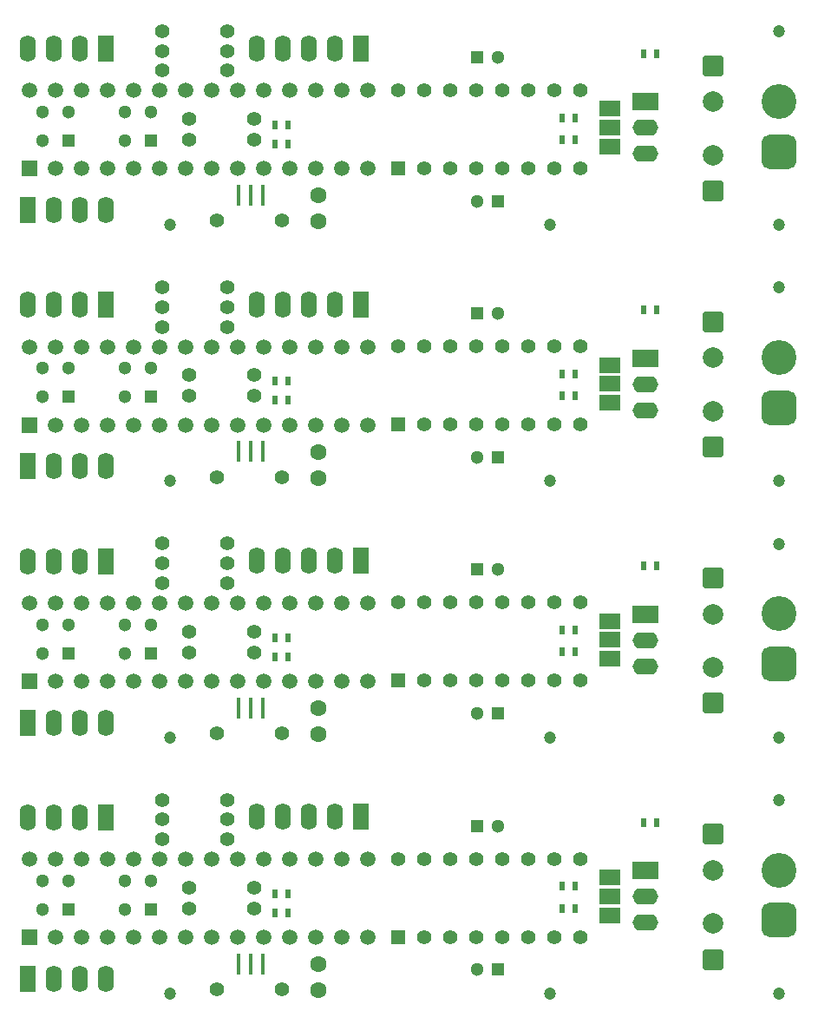
<source format=gbr>
%TF.GenerationSoftware,Altium Limited,Altium Designer,21.4.1 (30)*%
G04 Layer_Color=255*
%FSLAX26Y26*%
%MOIN*%
%TF.SameCoordinates,FA171619-A988-4B02-9C22-6D3C25DF24D0*%
%TF.FilePolarity,Positive*%
%TF.FileFunction,Pads,Top*%
%TF.Part,ProductionPanel*%
G01*
G75*
%TA.AperFunction,SMDPad,CuDef*%
%ADD11C,0.133858*%
G04:AMPARAMS|DCode=12|XSize=133.858mil|YSize=133.858mil|CornerRadius=33.465mil|HoleSize=0mil|Usage=FLASHONLY|Rotation=0.000|XOffset=0mil|YOffset=0mil|HoleType=Round|Shape=RoundedRectangle|*
%AMROUNDEDRECTD12*
21,1,0.133858,0.066929,0,0,0.0*
21,1,0.066929,0.133858,0,0,0.0*
1,1,0.066929,0.033465,-0.033465*
1,1,0.066929,-0.033465,-0.033465*
1,1,0.066929,-0.033465,0.033465*
1,1,0.066929,0.033465,0.033465*
%
%ADD12ROUNDEDRECTD12*%
%ADD13R,0.023622X0.033465*%
%ADD14R,0.078740X0.059055*%
%ADD15R,0.015748X0.078740*%
%TA.AperFunction,ComponentPad*%
%ADD23R,0.062992X0.102362*%
%ADD24O,0.062992X0.102362*%
%ADD25R,0.055118X0.055118*%
%ADD26C,0.055118*%
%ADD27R,0.051181X0.051181*%
%ADD28C,0.051181*%
%ADD29C,0.078740*%
G04:AMPARAMS|DCode=30|XSize=78.74mil|YSize=78.74mil|CornerRadius=9.842mil|HoleSize=0mil|Usage=FLASHONLY|Rotation=270.000|XOffset=0mil|YOffset=0mil|HoleType=Round|Shape=RoundedRectangle|*
%AMROUNDEDRECTD30*
21,1,0.078740,0.059055,0,0,270.0*
21,1,0.059055,0.078740,0,0,270.0*
1,1,0.019685,-0.029528,-0.029528*
1,1,0.019685,-0.029528,0.029528*
1,1,0.019685,0.029528,0.029528*
1,1,0.019685,0.029528,-0.029528*
%
%ADD30ROUNDEDRECTD30*%
%TA.AperFunction,ViaPad*%
%ADD31C,0.047244*%
%TA.AperFunction,ComponentPad*%
%ADD32C,0.055000*%
%ADD33C,0.062992*%
%ADD34O,0.098425X0.062992*%
%ADD35R,0.098425X0.070866*%
%ADD36R,0.059055X0.059055*%
%ADD37C,0.059055*%
%ADD38R,0.051181X0.051181*%
D11*
X3768441Y595397D02*
D03*
Y1579649D02*
D03*
Y2563901D02*
D03*
Y3548153D02*
D03*
D12*
Y402484D02*
D03*
Y1386736D02*
D03*
Y2370988D02*
D03*
Y3355240D02*
D03*
D13*
X2985936Y448397D02*
D03*
X2936944D02*
D03*
X1882937Y504397D02*
D03*
X1833944D02*
D03*
X1882937Y431397D02*
D03*
X1833944D02*
D03*
X3298324Y778397D02*
D03*
X3249332D02*
D03*
X2985936Y532397D02*
D03*
X2936944D02*
D03*
X2985936Y1432649D02*
D03*
X2936944D02*
D03*
X1882937Y1488649D02*
D03*
X1833944D02*
D03*
X1882937Y1415649D02*
D03*
X1833944D02*
D03*
X3298324Y1762649D02*
D03*
X3249332D02*
D03*
X2985936Y1516649D02*
D03*
X2936944D02*
D03*
X2985936Y2416901D02*
D03*
X2936944D02*
D03*
X1882937Y2472901D02*
D03*
X1833944D02*
D03*
X1882937Y2399901D02*
D03*
X1833944D02*
D03*
X3298324Y2746901D02*
D03*
X3249332D02*
D03*
X2985936Y2500901D02*
D03*
X2936944D02*
D03*
X2985936Y3401153D02*
D03*
X2936944D02*
D03*
X1882937Y3457153D02*
D03*
X1833944D02*
D03*
X1882937Y3384153D02*
D03*
X1833944D02*
D03*
X3298324Y3731153D02*
D03*
X3249332D02*
D03*
X2985936Y3485153D02*
D03*
X2936944D02*
D03*
D14*
X3117441Y422031D02*
D03*
Y567031D02*
D03*
X3118441Y495031D02*
D03*
X3117441Y1406283D02*
D03*
Y1551283D02*
D03*
X3118441Y1479283D02*
D03*
X3117441Y2390535D02*
D03*
Y2535535D02*
D03*
X3118441Y2463535D02*
D03*
X3117441Y3374787D02*
D03*
Y3519787D02*
D03*
X3118441Y3447787D02*
D03*
D15*
X1691196Y234397D02*
D03*
X1738440D02*
D03*
X1785685D02*
D03*
X1691196Y1218649D02*
D03*
X1738440D02*
D03*
X1785685D02*
D03*
X1691196Y2202901D02*
D03*
X1738440D02*
D03*
X1785685D02*
D03*
X1691196Y3187153D02*
D03*
X1738440D02*
D03*
X1785685D02*
D03*
D23*
X2162669Y799153D02*
D03*
X1182417Y797972D02*
D03*
X882023Y177397D02*
D03*
X2162669Y1783405D02*
D03*
X1182417Y1782224D02*
D03*
X882023Y1161649D02*
D03*
X2162669Y2767657D02*
D03*
X1182417Y2766476D02*
D03*
X882023Y2145901D02*
D03*
X2162669Y3751909D02*
D03*
X1182417Y3750728D02*
D03*
X882023Y3130153D02*
D03*
D24*
X2062669Y799153D02*
D03*
X1962669D02*
D03*
X1862669D02*
D03*
X1762669D02*
D03*
X1082417Y797972D02*
D03*
X982417D02*
D03*
X882417D02*
D03*
X982023Y177397D02*
D03*
X1082023D02*
D03*
X1182023D02*
D03*
X2062669Y1783405D02*
D03*
X1962669D02*
D03*
X1862669D02*
D03*
X1762669D02*
D03*
X1082417Y1782224D02*
D03*
X982417D02*
D03*
X882417D02*
D03*
X982023Y1161649D02*
D03*
X1082023D02*
D03*
X1182023D02*
D03*
X2062669Y2767657D02*
D03*
X1962669D02*
D03*
X1862669D02*
D03*
X1762669D02*
D03*
X1082417Y2766476D02*
D03*
X982417D02*
D03*
X882417D02*
D03*
X982023Y2145901D02*
D03*
X1082023D02*
D03*
X1182023D02*
D03*
X2062669Y3751909D02*
D03*
X1962669D02*
D03*
X1862669D02*
D03*
X1762669D02*
D03*
X1082417Y3750728D02*
D03*
X982417D02*
D03*
X882417D02*
D03*
X982023Y3130153D02*
D03*
X1082023D02*
D03*
X1182023D02*
D03*
D25*
X2305441Y338366D02*
D03*
Y1322618D02*
D03*
Y2306870D02*
D03*
Y3291122D02*
D03*
D26*
X2405441Y338366D02*
D03*
X2505441D02*
D03*
X2605441D02*
D03*
X2705441D02*
D03*
X2805441D02*
D03*
X2905441D02*
D03*
X3005441D02*
D03*
X2305441Y638366D02*
D03*
X2405441D02*
D03*
X2505441D02*
D03*
X2605441D02*
D03*
X2705441D02*
D03*
X2805441D02*
D03*
X2905441D02*
D03*
X3005441D02*
D03*
X2405441Y1322618D02*
D03*
X2505441D02*
D03*
X2605441D02*
D03*
X2705441D02*
D03*
X2805441D02*
D03*
X2905441D02*
D03*
X3005441D02*
D03*
X2305441Y1622618D02*
D03*
X2405441D02*
D03*
X2505441D02*
D03*
X2605441D02*
D03*
X2705441D02*
D03*
X2805441D02*
D03*
X2905441D02*
D03*
X3005441D02*
D03*
X2405441Y2306870D02*
D03*
X2505441D02*
D03*
X2605441D02*
D03*
X2705441D02*
D03*
X2805441D02*
D03*
X2905441D02*
D03*
X3005441D02*
D03*
X2305441Y2606870D02*
D03*
X2405441D02*
D03*
X2505441D02*
D03*
X2605441D02*
D03*
X2705441D02*
D03*
X2805441D02*
D03*
X2905441D02*
D03*
X3005441D02*
D03*
X2405441Y3291122D02*
D03*
X2505441D02*
D03*
X2605441D02*
D03*
X2705441D02*
D03*
X2805441D02*
D03*
X2905441D02*
D03*
X3005441D02*
D03*
X2305441Y3591122D02*
D03*
X2405441D02*
D03*
X2505441D02*
D03*
X2605441D02*
D03*
X2705441D02*
D03*
X2805441D02*
D03*
X2905441D02*
D03*
X3005441D02*
D03*
D27*
X2610362Y765103D02*
D03*
X2689102Y212397D02*
D03*
X2610362Y1749355D02*
D03*
X2689102Y1196649D02*
D03*
X2610362Y2733607D02*
D03*
X2689102Y2180901D02*
D03*
X2610362Y3717859D02*
D03*
X2689102Y3165153D02*
D03*
D28*
X2689102Y765103D02*
D03*
X2610362Y212397D02*
D03*
X1037440Y554311D02*
D03*
X937441Y444075D02*
D03*
Y554311D02*
D03*
X1356440D02*
D03*
X1256440Y444075D02*
D03*
Y554311D02*
D03*
X2689102Y1749355D02*
D03*
X2610362Y1196649D02*
D03*
X1037440Y1538563D02*
D03*
X937441Y1428327D02*
D03*
Y1538563D02*
D03*
X1356440D02*
D03*
X1256440Y1428327D02*
D03*
Y1538563D02*
D03*
X2689102Y2733607D02*
D03*
X2610362Y2180901D02*
D03*
X1037440Y2522815D02*
D03*
X937441Y2412579D02*
D03*
Y2522815D02*
D03*
X1356440D02*
D03*
X1256440Y2412579D02*
D03*
Y2522815D02*
D03*
X2689102Y3717859D02*
D03*
X2610362Y3165153D02*
D03*
X1037440Y3507067D02*
D03*
X937441Y3396831D02*
D03*
Y3507067D02*
D03*
X1356440D02*
D03*
X1256440Y3396831D02*
D03*
Y3507067D02*
D03*
D29*
X3514441Y594602D02*
D03*
X3516338Y389295D02*
D03*
X3514441Y1578854D02*
D03*
X3516338Y1373547D02*
D03*
X3514441Y2563106D02*
D03*
X3516338Y2357799D02*
D03*
X3514441Y3547358D02*
D03*
X3516338Y3342051D02*
D03*
D30*
X3514441Y732397D02*
D03*
X3516338Y251500D02*
D03*
X3514441Y1716649D02*
D03*
X3516338Y1235752D02*
D03*
X3514441Y2700901D02*
D03*
X3516338Y2220004D02*
D03*
X3514441Y3685153D02*
D03*
X3516338Y3204256D02*
D03*
D31*
X3770441Y864397D02*
D03*
X2888441Y121397D02*
D03*
X1427440D02*
D03*
X3770441D02*
D03*
Y1848649D02*
D03*
X2888441Y1105649D02*
D03*
X1427440D02*
D03*
X3770441D02*
D03*
Y2832901D02*
D03*
X2888441Y2089901D02*
D03*
X1427440D02*
D03*
X3770441D02*
D03*
Y3817153D02*
D03*
X2888441Y3074153D02*
D03*
X1427440D02*
D03*
X3770441D02*
D03*
D32*
X1398440Y789291D02*
D03*
X1648440D02*
D03*
Y713185D02*
D03*
X1398440D02*
D03*
Y865397D02*
D03*
X1648440D02*
D03*
X1860222Y136397D02*
D03*
X1610222D02*
D03*
X1503440Y447397D02*
D03*
X1753440D02*
D03*
X1503440Y527397D02*
D03*
X1753440D02*
D03*
X1398440Y1773543D02*
D03*
X1648440D02*
D03*
Y1697437D02*
D03*
X1398440D02*
D03*
Y1849649D02*
D03*
X1648440D02*
D03*
X1860222Y1120649D02*
D03*
X1610222D02*
D03*
X1503440Y1431649D02*
D03*
X1753440D02*
D03*
X1503440Y1511649D02*
D03*
X1753440D02*
D03*
X1398440Y2757795D02*
D03*
X1648440D02*
D03*
Y2681689D02*
D03*
X1398440D02*
D03*
Y2833901D02*
D03*
X1648440D02*
D03*
X1860222Y2104901D02*
D03*
X1610222D02*
D03*
X1503440Y2415901D02*
D03*
X1753440D02*
D03*
X1503440Y2495901D02*
D03*
X1753440D02*
D03*
X1398440Y3742047D02*
D03*
X1648440D02*
D03*
Y3665941D02*
D03*
X1398440D02*
D03*
Y3818153D02*
D03*
X1648440D02*
D03*
X1860222Y3089153D02*
D03*
X1610222D02*
D03*
X1503440Y3400153D02*
D03*
X1753440D02*
D03*
X1503440Y3480153D02*
D03*
X1753440D02*
D03*
D33*
X1999440Y133397D02*
D03*
Y233397D02*
D03*
Y1117649D02*
D03*
Y1217649D02*
D03*
Y2101901D02*
D03*
Y2201901D02*
D03*
Y3086153D02*
D03*
Y3186153D02*
D03*
D34*
X3255441Y393397D02*
D03*
Y493397D02*
D03*
Y1377649D02*
D03*
Y1477649D02*
D03*
Y2361901D02*
D03*
Y2461901D02*
D03*
Y3346153D02*
D03*
Y3446153D02*
D03*
D35*
Y593397D02*
D03*
Y1577649D02*
D03*
Y2561901D02*
D03*
Y3546153D02*
D03*
D36*
X889441Y336397D02*
D03*
Y1320649D02*
D03*
Y2304901D02*
D03*
Y3289153D02*
D03*
D37*
X989441Y336397D02*
D03*
X1089440D02*
D03*
X1189440D02*
D03*
X1289440D02*
D03*
X1389440D02*
D03*
X1489440D02*
D03*
X1589440D02*
D03*
X1689440D02*
D03*
X1789440D02*
D03*
X1889440D02*
D03*
X1989440D02*
D03*
X2089441D02*
D03*
X2189441D02*
D03*
X889441Y636397D02*
D03*
X989441D02*
D03*
X1089440D02*
D03*
X1189440D02*
D03*
X1289440D02*
D03*
X1389440D02*
D03*
X1489440D02*
D03*
X1589440D02*
D03*
X1689440D02*
D03*
X1789440D02*
D03*
X1889440D02*
D03*
X1989440D02*
D03*
X2089441D02*
D03*
X2189441D02*
D03*
X989441Y1320649D02*
D03*
X1089440D02*
D03*
X1189440D02*
D03*
X1289440D02*
D03*
X1389440D02*
D03*
X1489440D02*
D03*
X1589440D02*
D03*
X1689440D02*
D03*
X1789440D02*
D03*
X1889440D02*
D03*
X1989440D02*
D03*
X2089441D02*
D03*
X2189441D02*
D03*
X889441Y1620649D02*
D03*
X989441D02*
D03*
X1089440D02*
D03*
X1189440D02*
D03*
X1289440D02*
D03*
X1389440D02*
D03*
X1489440D02*
D03*
X1589440D02*
D03*
X1689440D02*
D03*
X1789440D02*
D03*
X1889440D02*
D03*
X1989440D02*
D03*
X2089441D02*
D03*
X2189441D02*
D03*
X989441Y2304901D02*
D03*
X1089440D02*
D03*
X1189440D02*
D03*
X1289440D02*
D03*
X1389440D02*
D03*
X1489440D02*
D03*
X1589440D02*
D03*
X1689440D02*
D03*
X1789440D02*
D03*
X1889440D02*
D03*
X1989440D02*
D03*
X2089441D02*
D03*
X2189441D02*
D03*
X889441Y2604901D02*
D03*
X989441D02*
D03*
X1089440D02*
D03*
X1189440D02*
D03*
X1289440D02*
D03*
X1389440D02*
D03*
X1489440D02*
D03*
X1589440D02*
D03*
X1689440D02*
D03*
X1789440D02*
D03*
X1889440D02*
D03*
X1989440D02*
D03*
X2089441D02*
D03*
X2189441D02*
D03*
X989441Y3289153D02*
D03*
X1089440D02*
D03*
X1189440D02*
D03*
X1289440D02*
D03*
X1389440D02*
D03*
X1489440D02*
D03*
X1589440D02*
D03*
X1689440D02*
D03*
X1789440D02*
D03*
X1889440D02*
D03*
X1989440D02*
D03*
X2089441D02*
D03*
X2189441D02*
D03*
X889441Y3589153D02*
D03*
X989441D02*
D03*
X1089440D02*
D03*
X1189440D02*
D03*
X1289440D02*
D03*
X1389440D02*
D03*
X1489440D02*
D03*
X1589440D02*
D03*
X1689440D02*
D03*
X1789440D02*
D03*
X1889440D02*
D03*
X1989440D02*
D03*
X2089441D02*
D03*
X2189441D02*
D03*
D38*
X1037440Y444075D02*
D03*
X1356440D02*
D03*
X1037440Y1428327D02*
D03*
X1356440D02*
D03*
X1037440Y2412579D02*
D03*
X1356440D02*
D03*
X1037440Y3396831D02*
D03*
X1356440D02*
D03*
%TF.MD5,2ba0d24f0ec60106f6c0f8bc1b4df30c*%
M02*

</source>
